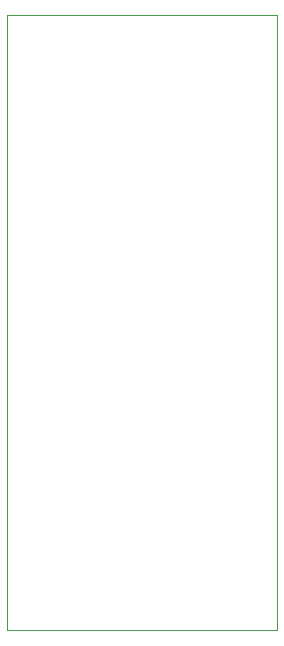
<source format=gbr>
G04 #@! TF.GenerationSoftware,KiCad,Pcbnew,(5.1.2)-2*
G04 #@! TF.CreationDate,2020-04-18T03:55:01-07:00*
G04 #@! TF.ProjectId,eurorackPower10pin,6575726f-7261-4636-9b50-6f7765723130,rev?*
G04 #@! TF.SameCoordinates,Original*
G04 #@! TF.FileFunction,Profile,NP*
%FSLAX46Y46*%
G04 Gerber Fmt 4.6, Leading zero omitted, Abs format (unit mm)*
G04 Created by KiCad (PCBNEW (5.1.2)-2) date 2020-04-18 03:55:01*
%MOMM*%
%LPD*%
G04 APERTURE LIST*
%ADD10C,0.050000*%
G04 APERTURE END LIST*
D10*
X12700000Y2540000D02*
X12700000Y-49530000D01*
X-10160000Y2540000D02*
X-10160000Y-49530000D01*
X-10160000Y-49530000D02*
X12700000Y-49530000D01*
X-10160000Y2540000D02*
X12700000Y2540000D01*
M02*

</source>
